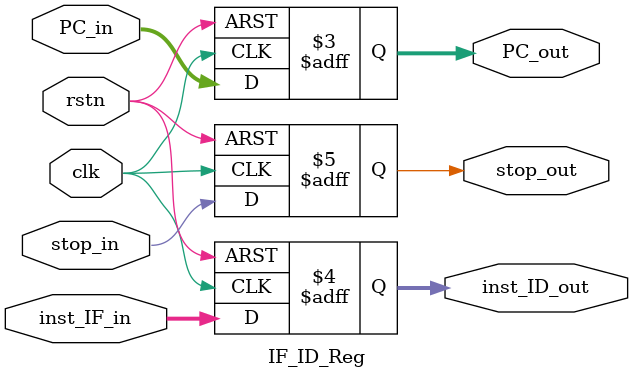
<source format=v>

`timescale 1ns/1ps

module IF_ID_Reg (
    input           clk,
    input           rstn,
    
    input [31:0]    PC_in,
    input [31:0]    inst_IF_in,
    input           stop_in,

    output reg [31:0]   PC_out,
    output reg [31:0]   inst_ID_out,
    output reg          stop_out
);

    always @(posedge clk or negedge rstn) begin
        if (~rstn) begin
            inst_ID_out <= 32'b0;
            stop_out    <= 1'b0;
            PC_out <= 32'b0;
        end
        else begin
            inst_ID_out <= inst_IF_in;
            stop_out    <= stop_in;
            PC_out      <= PC_in;
        end
    end

endmodule
</source>
